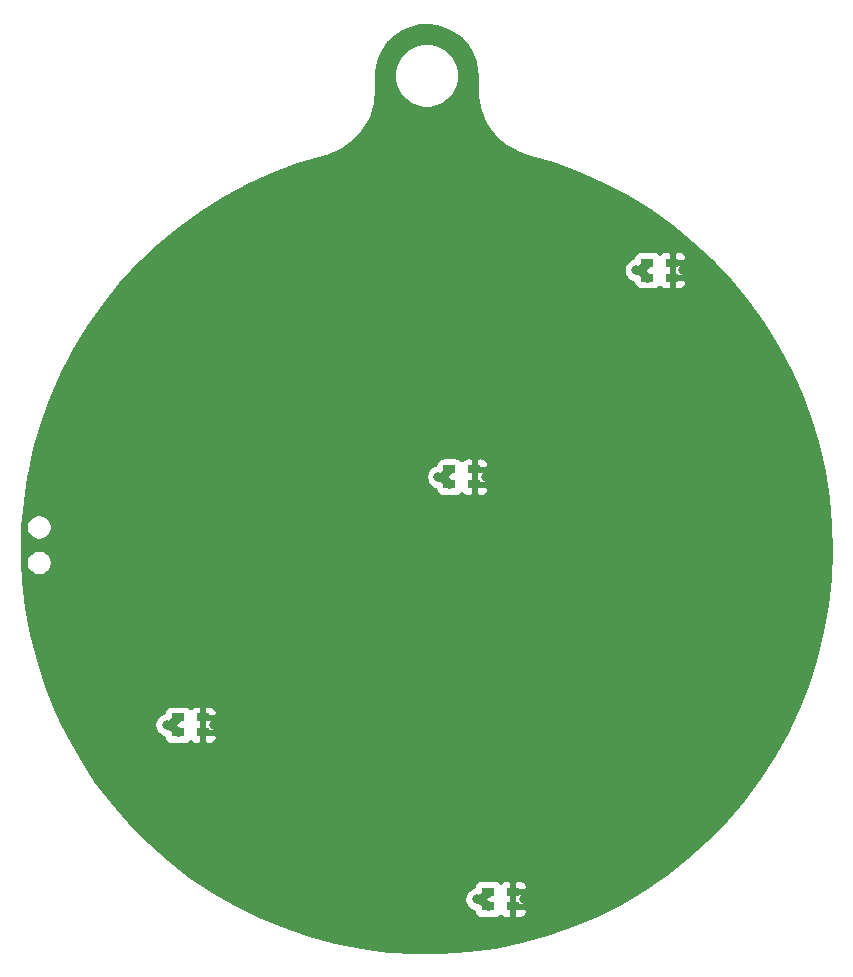
<source format=gbr>
%TF.GenerationSoftware,KiCad,Pcbnew,(5.1.10)-1*%
%TF.CreationDate,2021-10-20T07:51:42+02:00*%
%TF.ProjectId,TVZ_kuglica,54565a5f-6b75-4676-9c69-63612e6b6963,rev?*%
%TF.SameCoordinates,Original*%
%TF.FileFunction,Copper,L1,Top*%
%TF.FilePolarity,Positive*%
%FSLAX46Y46*%
G04 Gerber Fmt 4.6, Leading zero omitted, Abs format (unit mm)*
G04 Created by KiCad (PCBNEW (5.1.10)-1) date 2021-10-20 07:51:42*
%MOMM*%
%LPD*%
G01*
G04 APERTURE LIST*
%TA.AperFunction,SMDPad,CuDef*%
%ADD10R,1.100000X0.750000*%
%TD*%
%TA.AperFunction,ViaPad*%
%ADD11C,0.800000*%
%TD*%
%TA.AperFunction,Conductor*%
%ADD12C,0.762000*%
%TD*%
%TA.AperFunction,Conductor*%
%ADD13C,0.254000*%
%TD*%
%TA.AperFunction,Conductor*%
%ADD14C,0.100000*%
%TD*%
G04 APERTURE END LIST*
D10*
%TO.P,D3,1*%
%TO.N,Net-(D3-Pad1)*%
X155700000Y-75875000D03*
%TO.P,D3,2*%
%TO.N,GND*%
X157800000Y-75875000D03*
%TO.P,D3,1*%
%TO.N,Net-(D3-Pad1)*%
X155700000Y-77125000D03*
%TO.P,D3,2*%
%TO.N,GND*%
X157800000Y-77125000D03*
%TD*%
%TO.P,D5,1*%
%TO.N,Net-(D5-Pad1)*%
X115950000Y-114375000D03*
%TO.P,D5,2*%
%TO.N,GND*%
X118050000Y-114375000D03*
%TO.P,D5,1*%
%TO.N,Net-(D5-Pad1)*%
X115950000Y-115625000D03*
%TO.P,D5,2*%
%TO.N,GND*%
X118050000Y-115625000D03*
%TD*%
%TO.P,D7,1*%
%TO.N,Net-(D7-Pad1)*%
X142200000Y-129125000D03*
%TO.P,D7,2*%
%TO.N,GND*%
X144300000Y-129125000D03*
%TO.P,D7,1*%
%TO.N,Net-(D7-Pad1)*%
X142200000Y-130375000D03*
%TO.P,D7,2*%
%TO.N,GND*%
X144300000Y-130375000D03*
%TD*%
%TO.P,D12,1*%
%TO.N,Net-(D12-Pad1)*%
X138950000Y-93375000D03*
%TO.P,D12,2*%
%TO.N,GND*%
X141050000Y-93375000D03*
%TO.P,D12,1*%
%TO.N,Net-(D12-Pad1)*%
X138950000Y-94625000D03*
%TO.P,D12,2*%
%TO.N,GND*%
X141050000Y-94625000D03*
%TD*%
D11*
%TO.N,GND*%
X129000000Y-77000000D03*
X115000000Y-89500000D03*
X148750000Y-81750000D03*
X148500000Y-104000000D03*
X164250000Y-109250000D03*
X146000000Y-113750000D03*
X143750000Y-125750000D03*
X120500000Y-128250000D03*
X130750000Y-112500000D03*
X119500000Y-107250000D03*
X109750000Y-104500000D03*
X158750000Y-76500000D03*
X142000000Y-94000000D03*
X119000000Y-115000000D03*
X145250000Y-129750000D03*
%TO.N,Net-(D12-Pad1)*%
X138000000Y-94000000D03*
%TO.N,Net-(D3-Pad1)*%
X154750000Y-76500000D03*
%TO.N,Net-(D5-Pad1)*%
X115000000Y-115000000D03*
%TO.N,Net-(D7-Pad1)*%
X141250000Y-129750000D03*
%TD*%
D12*
%TO.N,Net-(D12-Pad1)*%
X138325000Y-94000000D02*
X138950000Y-93375000D01*
X138325000Y-94000000D02*
X138950000Y-94625000D01*
X138000000Y-94000000D02*
X138325000Y-94000000D01*
%TO.N,Net-(D3-Pad1)*%
X155075000Y-76500000D02*
X155700000Y-75875000D01*
X155075000Y-76500000D02*
X155700000Y-77125000D01*
X154750000Y-76500000D02*
X155075000Y-76500000D01*
%TO.N,Net-(D5-Pad1)*%
X115325000Y-115000000D02*
X115950000Y-114375000D01*
X115325000Y-115000000D02*
X115950000Y-115625000D01*
X115000000Y-115000000D02*
X115325000Y-115000000D01*
%TO.N,Net-(D7-Pad1)*%
X141575000Y-129750000D02*
X142200000Y-129125000D01*
X141575000Y-129750000D02*
X142200000Y-130375000D01*
X141250000Y-129750000D02*
X141575000Y-129750000D01*
%TD*%
D13*
%TO.N,GND*%
X137886138Y-55831059D02*
X138610388Y-56053867D01*
X139283738Y-56401409D01*
X139884901Y-56862699D01*
X140394872Y-57423149D01*
X140797540Y-58065057D01*
X141080170Y-58768122D01*
X141236190Y-59521513D01*
X141265000Y-60021169D01*
X141265001Y-61306272D01*
X141266298Y-61319440D01*
X141278413Y-61656049D01*
X141278863Y-61659632D01*
X141278707Y-61663242D01*
X141287438Y-61747410D01*
X141429908Y-62624862D01*
X141435629Y-62647269D01*
X141438736Y-62670183D01*
X141462234Y-62751474D01*
X141757835Y-63589830D01*
X141767433Y-63610870D01*
X141774549Y-63632871D01*
X141812059Y-63708691D01*
X141812071Y-63708717D01*
X141812077Y-63708725D01*
X142251461Y-64481476D01*
X142264630Y-64500478D01*
X142275533Y-64520879D01*
X142325894Y-64588881D01*
X142895182Y-65271616D01*
X142911512Y-65287990D01*
X142925851Y-65306132D01*
X142987458Y-65364142D01*
X143668651Y-65935276D01*
X143687625Y-65948502D01*
X143704950Y-65963817D01*
X143775855Y-66010000D01*
X144547423Y-66451478D01*
X144568436Y-66461133D01*
X144588200Y-66473139D01*
X144666163Y-66506036D01*
X145503715Y-66803905D01*
X145508021Y-66805017D01*
X145525587Y-66811299D01*
X145542755Y-66816572D01*
X147746053Y-67464098D01*
X149878711Y-68247813D01*
X151954729Y-69171140D01*
X153965017Y-70230036D01*
X155900673Y-71419812D01*
X157753239Y-72735268D01*
X159514561Y-74170616D01*
X161176886Y-75719540D01*
X162732884Y-77375207D01*
X164175738Y-79130360D01*
X165499106Y-80977290D01*
X166697162Y-82907865D01*
X167764630Y-84913581D01*
X168696830Y-86985643D01*
X169489658Y-89114933D01*
X170139624Y-91292080D01*
X170643873Y-93507517D01*
X171000188Y-95751501D01*
X171207004Y-98014175D01*
X171263407Y-100285560D01*
X171169153Y-102555700D01*
X170924654Y-104814605D01*
X170530986Y-107052337D01*
X169989882Y-109259064D01*
X169303718Y-111425077D01*
X168475512Y-113540851D01*
X167508906Y-115597090D01*
X166408155Y-117584736D01*
X165178083Y-119495080D01*
X163824120Y-121319689D01*
X162352204Y-123050560D01*
X160768823Y-124680064D01*
X159080926Y-126201055D01*
X157295931Y-127606843D01*
X155421695Y-128891239D01*
X153466456Y-130048599D01*
X151438820Y-131073832D01*
X149347702Y-131962428D01*
X147202263Y-132710493D01*
X145011999Y-133314718D01*
X142786467Y-133772464D01*
X140535523Y-134081705D01*
X138269022Y-134241089D01*
X135996953Y-134249911D01*
X133729262Y-134108134D01*
X131475992Y-133816385D01*
X129246983Y-133375938D01*
X127052076Y-132788738D01*
X124900917Y-132057366D01*
X122802939Y-131185029D01*
X120767401Y-130175574D01*
X119860225Y-129648061D01*
X140215000Y-129648061D01*
X140215000Y-129851939D01*
X140254774Y-130051898D01*
X140332795Y-130240256D01*
X140446063Y-130409774D01*
X140590226Y-130553937D01*
X140759744Y-130667205D01*
X140948102Y-130745226D01*
X141012724Y-130758080D01*
X141024188Y-130874482D01*
X141060498Y-130994180D01*
X141119463Y-131104494D01*
X141198815Y-131201185D01*
X141295506Y-131280537D01*
X141405820Y-131339502D01*
X141525518Y-131375812D01*
X141650000Y-131388072D01*
X142120375Y-131388072D01*
X142199999Y-131395914D01*
X142279623Y-131388072D01*
X142750000Y-131388072D01*
X142874482Y-131375812D01*
X142994180Y-131339502D01*
X143104494Y-131280537D01*
X143201185Y-131201185D01*
X143250000Y-131141704D01*
X143298815Y-131201185D01*
X143395506Y-131280537D01*
X143505820Y-131339502D01*
X143625518Y-131375812D01*
X143750000Y-131388072D01*
X144014250Y-131385000D01*
X144173000Y-131226250D01*
X144173000Y-130502000D01*
X144427000Y-130502000D01*
X144427000Y-131226250D01*
X144585750Y-131385000D01*
X144850000Y-131388072D01*
X144974482Y-131375812D01*
X145094180Y-131339502D01*
X145204494Y-131280537D01*
X145301185Y-131201185D01*
X145380537Y-131104494D01*
X145439502Y-130994180D01*
X145475812Y-130874482D01*
X145488072Y-130750000D01*
X145485000Y-130660750D01*
X145326250Y-130502000D01*
X144427000Y-130502000D01*
X144173000Y-130502000D01*
X144153000Y-130502000D01*
X144153000Y-130248000D01*
X144173000Y-130248000D01*
X144173000Y-129252000D01*
X144427000Y-129252000D01*
X144427000Y-130248000D01*
X145326250Y-130248000D01*
X145485000Y-130089250D01*
X145488072Y-130000000D01*
X145475812Y-129875518D01*
X145439502Y-129755820D01*
X145436391Y-129750000D01*
X145439502Y-129744180D01*
X145475812Y-129624482D01*
X145488072Y-129500000D01*
X145485000Y-129410750D01*
X145326250Y-129252000D01*
X144427000Y-129252000D01*
X144173000Y-129252000D01*
X144153000Y-129252000D01*
X144153000Y-128998000D01*
X144173000Y-128998000D01*
X144173000Y-128273750D01*
X144427000Y-128273750D01*
X144427000Y-128998000D01*
X145326250Y-128998000D01*
X145485000Y-128839250D01*
X145488072Y-128750000D01*
X145475812Y-128625518D01*
X145439502Y-128505820D01*
X145380537Y-128395506D01*
X145301185Y-128298815D01*
X145204494Y-128219463D01*
X145094180Y-128160498D01*
X144974482Y-128124188D01*
X144850000Y-128111928D01*
X144585750Y-128115000D01*
X144427000Y-128273750D01*
X144173000Y-128273750D01*
X144014250Y-128115000D01*
X143750000Y-128111928D01*
X143625518Y-128124188D01*
X143505820Y-128160498D01*
X143395506Y-128219463D01*
X143298815Y-128298815D01*
X143250000Y-128358296D01*
X143201185Y-128298815D01*
X143104494Y-128219463D01*
X142994180Y-128160498D01*
X142874482Y-128124188D01*
X142750000Y-128111928D01*
X142279623Y-128111928D01*
X142199999Y-128104086D01*
X142120375Y-128111928D01*
X141650000Y-128111928D01*
X141525518Y-128124188D01*
X141405820Y-128160498D01*
X141295506Y-128219463D01*
X141198815Y-128298815D01*
X141119463Y-128395506D01*
X141060498Y-128505820D01*
X141024188Y-128625518D01*
X141012724Y-128741920D01*
X140948102Y-128754774D01*
X140759744Y-128832795D01*
X140590226Y-128946063D01*
X140446063Y-129090226D01*
X140332795Y-129259744D01*
X140254774Y-129448102D01*
X140215000Y-129648061D01*
X119860225Y-129648061D01*
X118803237Y-129033435D01*
X116919085Y-127763634D01*
X115123223Y-126371749D01*
X113423564Y-124863914D01*
X111827572Y-123246751D01*
X110342263Y-121527368D01*
X108974171Y-119713331D01*
X107729304Y-117812605D01*
X106613144Y-115833557D01*
X106164478Y-114898061D01*
X113965000Y-114898061D01*
X113965000Y-115101939D01*
X114004774Y-115301898D01*
X114082795Y-115490256D01*
X114196063Y-115659774D01*
X114340226Y-115803937D01*
X114509744Y-115917205D01*
X114698102Y-115995226D01*
X114762724Y-116008080D01*
X114774188Y-116124482D01*
X114810498Y-116244180D01*
X114869463Y-116354494D01*
X114948815Y-116451185D01*
X115045506Y-116530537D01*
X115155820Y-116589502D01*
X115275518Y-116625812D01*
X115400000Y-116638072D01*
X115870375Y-116638072D01*
X115949999Y-116645914D01*
X116029623Y-116638072D01*
X116500000Y-116638072D01*
X116624482Y-116625812D01*
X116744180Y-116589502D01*
X116854494Y-116530537D01*
X116951185Y-116451185D01*
X117000000Y-116391704D01*
X117048815Y-116451185D01*
X117145506Y-116530537D01*
X117255820Y-116589502D01*
X117375518Y-116625812D01*
X117500000Y-116638072D01*
X117764250Y-116635000D01*
X117923000Y-116476250D01*
X117923000Y-115752000D01*
X118177000Y-115752000D01*
X118177000Y-116476250D01*
X118335750Y-116635000D01*
X118600000Y-116638072D01*
X118724482Y-116625812D01*
X118844180Y-116589502D01*
X118954494Y-116530537D01*
X119051185Y-116451185D01*
X119130537Y-116354494D01*
X119189502Y-116244180D01*
X119225812Y-116124482D01*
X119238072Y-116000000D01*
X119235000Y-115910750D01*
X119076250Y-115752000D01*
X118177000Y-115752000D01*
X117923000Y-115752000D01*
X117903000Y-115752000D01*
X117903000Y-115498000D01*
X117923000Y-115498000D01*
X117923000Y-114502000D01*
X118177000Y-114502000D01*
X118177000Y-115498000D01*
X119076250Y-115498000D01*
X119235000Y-115339250D01*
X119238072Y-115250000D01*
X119225812Y-115125518D01*
X119189502Y-115005820D01*
X119186391Y-115000000D01*
X119189502Y-114994180D01*
X119225812Y-114874482D01*
X119238072Y-114750000D01*
X119235000Y-114660750D01*
X119076250Y-114502000D01*
X118177000Y-114502000D01*
X117923000Y-114502000D01*
X117903000Y-114502000D01*
X117903000Y-114248000D01*
X117923000Y-114248000D01*
X117923000Y-113523750D01*
X118177000Y-113523750D01*
X118177000Y-114248000D01*
X119076250Y-114248000D01*
X119235000Y-114089250D01*
X119238072Y-114000000D01*
X119225812Y-113875518D01*
X119189502Y-113755820D01*
X119130537Y-113645506D01*
X119051185Y-113548815D01*
X118954494Y-113469463D01*
X118844180Y-113410498D01*
X118724482Y-113374188D01*
X118600000Y-113361928D01*
X118335750Y-113365000D01*
X118177000Y-113523750D01*
X117923000Y-113523750D01*
X117764250Y-113365000D01*
X117500000Y-113361928D01*
X117375518Y-113374188D01*
X117255820Y-113410498D01*
X117145506Y-113469463D01*
X117048815Y-113548815D01*
X117000000Y-113608296D01*
X116951185Y-113548815D01*
X116854494Y-113469463D01*
X116744180Y-113410498D01*
X116624482Y-113374188D01*
X116500000Y-113361928D01*
X116029623Y-113361928D01*
X115949999Y-113354086D01*
X115870375Y-113361928D01*
X115400000Y-113361928D01*
X115275518Y-113374188D01*
X115155820Y-113410498D01*
X115045506Y-113469463D01*
X114948815Y-113548815D01*
X114869463Y-113645506D01*
X114810498Y-113755820D01*
X114774188Y-113875518D01*
X114762724Y-113991920D01*
X114698102Y-114004774D01*
X114509744Y-114082795D01*
X114340226Y-114196063D01*
X114196063Y-114340226D01*
X114082795Y-114509744D01*
X114004774Y-114698102D01*
X113965000Y-114898061D01*
X106164478Y-114898061D01*
X105630601Y-113784897D01*
X104785986Y-111675609D01*
X104083026Y-109515005D01*
X103524797Y-107312547D01*
X103113763Y-105077935D01*
X102851726Y-102820985D01*
X102769006Y-101143137D01*
X103085000Y-101143137D01*
X103085000Y-101356863D01*
X103126696Y-101566483D01*
X103208485Y-101763940D01*
X103327225Y-101941647D01*
X103478353Y-102092775D01*
X103656060Y-102211515D01*
X103853517Y-102293304D01*
X104063137Y-102335000D01*
X104276863Y-102335000D01*
X104486483Y-102293304D01*
X104683940Y-102211515D01*
X104861647Y-102092775D01*
X105012775Y-101941647D01*
X105131515Y-101763940D01*
X105213304Y-101566483D01*
X105255000Y-101356863D01*
X105255000Y-101143137D01*
X105213304Y-100933517D01*
X105131515Y-100736060D01*
X105012775Y-100558353D01*
X104861647Y-100407225D01*
X104683940Y-100288485D01*
X104486483Y-100206696D01*
X104276863Y-100165000D01*
X104063137Y-100165000D01*
X103853517Y-100206696D01*
X103656060Y-100288485D01*
X103478353Y-100407225D01*
X103327225Y-100558353D01*
X103208485Y-100736060D01*
X103126696Y-100933517D01*
X103085000Y-101143137D01*
X102769006Y-101143137D01*
X102739845Y-100551658D01*
X102778607Y-98279882D01*
X102790035Y-98143137D01*
X103085000Y-98143137D01*
X103085000Y-98356863D01*
X103126696Y-98566483D01*
X103208485Y-98763940D01*
X103327225Y-98941647D01*
X103478353Y-99092775D01*
X103656060Y-99211515D01*
X103853517Y-99293304D01*
X104063137Y-99335000D01*
X104276863Y-99335000D01*
X104486483Y-99293304D01*
X104683940Y-99211515D01*
X104861647Y-99092775D01*
X105012775Y-98941647D01*
X105131515Y-98763940D01*
X105213304Y-98566483D01*
X105255000Y-98356863D01*
X105255000Y-98143137D01*
X105213304Y-97933517D01*
X105131515Y-97736060D01*
X105012775Y-97558353D01*
X104861647Y-97407225D01*
X104683940Y-97288485D01*
X104486483Y-97206696D01*
X104276863Y-97165000D01*
X104063137Y-97165000D01*
X103853517Y-97206696D01*
X103656060Y-97288485D01*
X103478353Y-97407225D01*
X103327225Y-97558353D01*
X103208485Y-97736060D01*
X103126696Y-97933517D01*
X103085000Y-98143137D01*
X102790035Y-98143137D01*
X102967842Y-96015687D01*
X103287252Y-93898061D01*
X136965000Y-93898061D01*
X136965000Y-94101939D01*
X137004774Y-94301898D01*
X137082795Y-94490256D01*
X137196063Y-94659774D01*
X137340226Y-94803937D01*
X137509744Y-94917205D01*
X137698102Y-94995226D01*
X137762724Y-95008080D01*
X137774188Y-95124482D01*
X137810498Y-95244180D01*
X137869463Y-95354494D01*
X137948815Y-95451185D01*
X138045506Y-95530537D01*
X138155820Y-95589502D01*
X138275518Y-95625812D01*
X138400000Y-95638072D01*
X138870375Y-95638072D01*
X138949999Y-95645914D01*
X139029623Y-95638072D01*
X139500000Y-95638072D01*
X139624482Y-95625812D01*
X139744180Y-95589502D01*
X139854494Y-95530537D01*
X139951185Y-95451185D01*
X140000000Y-95391704D01*
X140048815Y-95451185D01*
X140145506Y-95530537D01*
X140255820Y-95589502D01*
X140375518Y-95625812D01*
X140500000Y-95638072D01*
X140764250Y-95635000D01*
X140923000Y-95476250D01*
X140923000Y-94752000D01*
X141177000Y-94752000D01*
X141177000Y-95476250D01*
X141335750Y-95635000D01*
X141600000Y-95638072D01*
X141724482Y-95625812D01*
X141844180Y-95589502D01*
X141954494Y-95530537D01*
X142051185Y-95451185D01*
X142130537Y-95354494D01*
X142189502Y-95244180D01*
X142225812Y-95124482D01*
X142238072Y-95000000D01*
X142235000Y-94910750D01*
X142076250Y-94752000D01*
X141177000Y-94752000D01*
X140923000Y-94752000D01*
X140903000Y-94752000D01*
X140903000Y-94498000D01*
X140923000Y-94498000D01*
X140923000Y-93502000D01*
X141177000Y-93502000D01*
X141177000Y-94498000D01*
X142076250Y-94498000D01*
X142235000Y-94339250D01*
X142238072Y-94250000D01*
X142225812Y-94125518D01*
X142189502Y-94005820D01*
X142186391Y-94000000D01*
X142189502Y-93994180D01*
X142225812Y-93874482D01*
X142238072Y-93750000D01*
X142235000Y-93660750D01*
X142076250Y-93502000D01*
X141177000Y-93502000D01*
X140923000Y-93502000D01*
X140903000Y-93502000D01*
X140903000Y-93248000D01*
X140923000Y-93248000D01*
X140923000Y-92523750D01*
X141177000Y-92523750D01*
X141177000Y-93248000D01*
X142076250Y-93248000D01*
X142235000Y-93089250D01*
X142238072Y-93000000D01*
X142225812Y-92875518D01*
X142189502Y-92755820D01*
X142130537Y-92645506D01*
X142051185Y-92548815D01*
X141954494Y-92469463D01*
X141844180Y-92410498D01*
X141724482Y-92374188D01*
X141600000Y-92361928D01*
X141335750Y-92365000D01*
X141177000Y-92523750D01*
X140923000Y-92523750D01*
X140764250Y-92365000D01*
X140500000Y-92361928D01*
X140375518Y-92374188D01*
X140255820Y-92410498D01*
X140145506Y-92469463D01*
X140048815Y-92548815D01*
X140000000Y-92608296D01*
X139951185Y-92548815D01*
X139854494Y-92469463D01*
X139744180Y-92410498D01*
X139624482Y-92374188D01*
X139500000Y-92361928D01*
X139029623Y-92361928D01*
X138949999Y-92354086D01*
X138870375Y-92361928D01*
X138400000Y-92361928D01*
X138275518Y-92374188D01*
X138155820Y-92410498D01*
X138045506Y-92469463D01*
X137948815Y-92548815D01*
X137869463Y-92645506D01*
X137810498Y-92755820D01*
X137774188Y-92875518D01*
X137762724Y-92991920D01*
X137698102Y-93004774D01*
X137509744Y-93082795D01*
X137340226Y-93196063D01*
X137196063Y-93340226D01*
X137082795Y-93509744D01*
X137004774Y-93698102D01*
X136965000Y-93898061D01*
X103287252Y-93898061D01*
X103306719Y-93768999D01*
X103793749Y-91549706D01*
X104426782Y-89367594D01*
X105203052Y-87232203D01*
X106119133Y-85152960D01*
X107170992Y-83139015D01*
X108354015Y-81199200D01*
X109663000Y-79342048D01*
X111092189Y-77575730D01*
X112181864Y-76398061D01*
X153715000Y-76398061D01*
X153715000Y-76601939D01*
X153754774Y-76801898D01*
X153832795Y-76990256D01*
X153946063Y-77159774D01*
X154090226Y-77303937D01*
X154259744Y-77417205D01*
X154448102Y-77495226D01*
X154512724Y-77508080D01*
X154524188Y-77624482D01*
X154560498Y-77744180D01*
X154619463Y-77854494D01*
X154698815Y-77951185D01*
X154795506Y-78030537D01*
X154905820Y-78089502D01*
X155025518Y-78125812D01*
X155150000Y-78138072D01*
X155620375Y-78138072D01*
X155699999Y-78145914D01*
X155779623Y-78138072D01*
X156250000Y-78138072D01*
X156374482Y-78125812D01*
X156494180Y-78089502D01*
X156604494Y-78030537D01*
X156701185Y-77951185D01*
X156750000Y-77891704D01*
X156798815Y-77951185D01*
X156895506Y-78030537D01*
X157005820Y-78089502D01*
X157125518Y-78125812D01*
X157250000Y-78138072D01*
X157514250Y-78135000D01*
X157673000Y-77976250D01*
X157673000Y-77252000D01*
X157927000Y-77252000D01*
X157927000Y-77976250D01*
X158085750Y-78135000D01*
X158350000Y-78138072D01*
X158474482Y-78125812D01*
X158594180Y-78089502D01*
X158704494Y-78030537D01*
X158801185Y-77951185D01*
X158880537Y-77854494D01*
X158939502Y-77744180D01*
X158975812Y-77624482D01*
X158988072Y-77500000D01*
X158985000Y-77410750D01*
X158826250Y-77252000D01*
X157927000Y-77252000D01*
X157673000Y-77252000D01*
X157653000Y-77252000D01*
X157653000Y-76998000D01*
X157673000Y-76998000D01*
X157673000Y-76002000D01*
X157927000Y-76002000D01*
X157927000Y-76998000D01*
X158826250Y-76998000D01*
X158985000Y-76839250D01*
X158988072Y-76750000D01*
X158975812Y-76625518D01*
X158939502Y-76505820D01*
X158936391Y-76500000D01*
X158939502Y-76494180D01*
X158975812Y-76374482D01*
X158988072Y-76250000D01*
X158985000Y-76160750D01*
X158826250Y-76002000D01*
X157927000Y-76002000D01*
X157673000Y-76002000D01*
X157653000Y-76002000D01*
X157653000Y-75748000D01*
X157673000Y-75748000D01*
X157673000Y-75023750D01*
X157927000Y-75023750D01*
X157927000Y-75748000D01*
X158826250Y-75748000D01*
X158985000Y-75589250D01*
X158988072Y-75500000D01*
X158975812Y-75375518D01*
X158939502Y-75255820D01*
X158880537Y-75145506D01*
X158801185Y-75048815D01*
X158704494Y-74969463D01*
X158594180Y-74910498D01*
X158474482Y-74874188D01*
X158350000Y-74861928D01*
X158085750Y-74865000D01*
X157927000Y-75023750D01*
X157673000Y-75023750D01*
X157514250Y-74865000D01*
X157250000Y-74861928D01*
X157125518Y-74874188D01*
X157005820Y-74910498D01*
X156895506Y-74969463D01*
X156798815Y-75048815D01*
X156750000Y-75108296D01*
X156701185Y-75048815D01*
X156604494Y-74969463D01*
X156494180Y-74910498D01*
X156374482Y-74874188D01*
X156250000Y-74861928D01*
X155779623Y-74861928D01*
X155699999Y-74854086D01*
X155620375Y-74861928D01*
X155150000Y-74861928D01*
X155025518Y-74874188D01*
X154905820Y-74910498D01*
X154795506Y-74969463D01*
X154698815Y-75048815D01*
X154619463Y-75145506D01*
X154560498Y-75255820D01*
X154524188Y-75375518D01*
X154512724Y-75491920D01*
X154448102Y-75504774D01*
X154259744Y-75582795D01*
X154090226Y-75696063D01*
X153946063Y-75840226D01*
X153832795Y-76009744D01*
X153754774Y-76198102D01*
X153715000Y-76398061D01*
X112181864Y-76398061D01*
X112635284Y-75908027D01*
X114285522Y-74346247D01*
X116035631Y-72897273D01*
X117877934Y-71567463D01*
X119804304Y-70362683D01*
X121806298Y-69288211D01*
X123875077Y-68348792D01*
X126001593Y-67548534D01*
X128186747Y-66887862D01*
X128436510Y-66822338D01*
X128452528Y-66817563D01*
X128459226Y-66815987D01*
X128804024Y-66713600D01*
X128807380Y-66712269D01*
X128810916Y-66711517D01*
X128890228Y-66682021D01*
X129704199Y-66324712D01*
X129724464Y-66313571D01*
X129745874Y-66304834D01*
X129818696Y-66261767D01*
X129818710Y-66261759D01*
X129818715Y-66261755D01*
X130556543Y-65765956D01*
X130574511Y-65751406D01*
X130594041Y-65739012D01*
X130658097Y-65683720D01*
X131296470Y-65065093D01*
X131311582Y-65047586D01*
X131328603Y-65031934D01*
X131381840Y-64966192D01*
X131381856Y-64966173D01*
X131381861Y-64966165D01*
X131900590Y-64244277D01*
X131912363Y-64224370D01*
X131926343Y-64205952D01*
X131967109Y-64131800D01*
X132349809Y-63329453D01*
X132357869Y-63307780D01*
X132368369Y-63287173D01*
X132395359Y-63206974D01*
X132629927Y-62349538D01*
X132634022Y-62326778D01*
X132640706Y-62304640D01*
X132653067Y-62220928D01*
X132731782Y-61338949D01*
X132735000Y-61306272D01*
X132735000Y-60032731D01*
X132762021Y-59729963D01*
X134258266Y-59729963D01*
X134258266Y-60270037D01*
X134363629Y-60799734D01*
X134570307Y-61298698D01*
X134870356Y-61747753D01*
X135252247Y-62129644D01*
X135701302Y-62429693D01*
X136200266Y-62636371D01*
X136729963Y-62741734D01*
X137270037Y-62741734D01*
X137799734Y-62636371D01*
X138298698Y-62429693D01*
X138747753Y-62129644D01*
X139129644Y-61747753D01*
X139429693Y-61298698D01*
X139636371Y-60799734D01*
X139741734Y-60270037D01*
X139741734Y-59729963D01*
X139636371Y-59200266D01*
X139429693Y-58701302D01*
X139129644Y-58252247D01*
X138747753Y-57870356D01*
X138298698Y-57570307D01*
X137799734Y-57363629D01*
X137270037Y-57258266D01*
X136729963Y-57258266D01*
X136200266Y-57363629D01*
X135701302Y-57570307D01*
X135252247Y-57870356D01*
X134870356Y-58252247D01*
X134570307Y-58701302D01*
X134363629Y-59200266D01*
X134258266Y-59729963D01*
X132762021Y-59729963D01*
X132805281Y-59245253D01*
X133005231Y-58514357D01*
X133331450Y-57830425D01*
X133773626Y-57215072D01*
X134317789Y-56687741D01*
X134946726Y-56265114D01*
X135640570Y-55960537D01*
X136377386Y-55783643D01*
X137133871Y-55740024D01*
X137886138Y-55831059D01*
%TA.AperFunction,Conductor*%
D14*
G36*
X137886138Y-55831059D02*
G01*
X138610388Y-56053867D01*
X139283738Y-56401409D01*
X139884901Y-56862699D01*
X140394872Y-57423149D01*
X140797540Y-58065057D01*
X141080170Y-58768122D01*
X141236190Y-59521513D01*
X141265000Y-60021169D01*
X141265001Y-61306272D01*
X141266298Y-61319440D01*
X141278413Y-61656049D01*
X141278863Y-61659632D01*
X141278707Y-61663242D01*
X141287438Y-61747410D01*
X141429908Y-62624862D01*
X141435629Y-62647269D01*
X141438736Y-62670183D01*
X141462234Y-62751474D01*
X141757835Y-63589830D01*
X141767433Y-63610870D01*
X141774549Y-63632871D01*
X141812059Y-63708691D01*
X141812071Y-63708717D01*
X141812077Y-63708725D01*
X142251461Y-64481476D01*
X142264630Y-64500478D01*
X142275533Y-64520879D01*
X142325894Y-64588881D01*
X142895182Y-65271616D01*
X142911512Y-65287990D01*
X142925851Y-65306132D01*
X142987458Y-65364142D01*
X143668651Y-65935276D01*
X143687625Y-65948502D01*
X143704950Y-65963817D01*
X143775855Y-66010000D01*
X144547423Y-66451478D01*
X144568436Y-66461133D01*
X144588200Y-66473139D01*
X144666163Y-66506036D01*
X145503715Y-66803905D01*
X145508021Y-66805017D01*
X145525587Y-66811299D01*
X145542755Y-66816572D01*
X147746053Y-67464098D01*
X149878711Y-68247813D01*
X151954729Y-69171140D01*
X153965017Y-70230036D01*
X155900673Y-71419812D01*
X157753239Y-72735268D01*
X159514561Y-74170616D01*
X161176886Y-75719540D01*
X162732884Y-77375207D01*
X164175738Y-79130360D01*
X165499106Y-80977290D01*
X166697162Y-82907865D01*
X167764630Y-84913581D01*
X168696830Y-86985643D01*
X169489658Y-89114933D01*
X170139624Y-91292080D01*
X170643873Y-93507517D01*
X171000188Y-95751501D01*
X171207004Y-98014175D01*
X171263407Y-100285560D01*
X171169153Y-102555700D01*
X170924654Y-104814605D01*
X170530986Y-107052337D01*
X169989882Y-109259064D01*
X169303718Y-111425077D01*
X168475512Y-113540851D01*
X167508906Y-115597090D01*
X166408155Y-117584736D01*
X165178083Y-119495080D01*
X163824120Y-121319689D01*
X162352204Y-123050560D01*
X160768823Y-124680064D01*
X159080926Y-126201055D01*
X157295931Y-127606843D01*
X155421695Y-128891239D01*
X153466456Y-130048599D01*
X151438820Y-131073832D01*
X149347702Y-131962428D01*
X147202263Y-132710493D01*
X145011999Y-133314718D01*
X142786467Y-133772464D01*
X140535523Y-134081705D01*
X138269022Y-134241089D01*
X135996953Y-134249911D01*
X133729262Y-134108134D01*
X131475992Y-133816385D01*
X129246983Y-133375938D01*
X127052076Y-132788738D01*
X124900917Y-132057366D01*
X122802939Y-131185029D01*
X120767401Y-130175574D01*
X119860225Y-129648061D01*
X140215000Y-129648061D01*
X140215000Y-129851939D01*
X140254774Y-130051898D01*
X140332795Y-130240256D01*
X140446063Y-130409774D01*
X140590226Y-130553937D01*
X140759744Y-130667205D01*
X140948102Y-130745226D01*
X141012724Y-130758080D01*
X141024188Y-130874482D01*
X141060498Y-130994180D01*
X141119463Y-131104494D01*
X141198815Y-131201185D01*
X141295506Y-131280537D01*
X141405820Y-131339502D01*
X141525518Y-131375812D01*
X141650000Y-131388072D01*
X142120375Y-131388072D01*
X142199999Y-131395914D01*
X142279623Y-131388072D01*
X142750000Y-131388072D01*
X142874482Y-131375812D01*
X142994180Y-131339502D01*
X143104494Y-131280537D01*
X143201185Y-131201185D01*
X143250000Y-131141704D01*
X143298815Y-131201185D01*
X143395506Y-131280537D01*
X143505820Y-131339502D01*
X143625518Y-131375812D01*
X143750000Y-131388072D01*
X144014250Y-131385000D01*
X144173000Y-131226250D01*
X144173000Y-130502000D01*
X144427000Y-130502000D01*
X144427000Y-131226250D01*
X144585750Y-131385000D01*
X144850000Y-131388072D01*
X144974482Y-131375812D01*
X145094180Y-131339502D01*
X145204494Y-131280537D01*
X145301185Y-131201185D01*
X145380537Y-131104494D01*
X145439502Y-130994180D01*
X145475812Y-130874482D01*
X145488072Y-130750000D01*
X145485000Y-130660750D01*
X145326250Y-130502000D01*
X144427000Y-130502000D01*
X144173000Y-130502000D01*
X144153000Y-130502000D01*
X144153000Y-130248000D01*
X144173000Y-130248000D01*
X144173000Y-129252000D01*
X144427000Y-129252000D01*
X144427000Y-130248000D01*
X145326250Y-130248000D01*
X145485000Y-130089250D01*
X145488072Y-130000000D01*
X145475812Y-129875518D01*
X145439502Y-129755820D01*
X145436391Y-129750000D01*
X145439502Y-129744180D01*
X145475812Y-129624482D01*
X145488072Y-129500000D01*
X145485000Y-129410750D01*
X145326250Y-129252000D01*
X144427000Y-129252000D01*
X144173000Y-129252000D01*
X144153000Y-129252000D01*
X144153000Y-128998000D01*
X144173000Y-128998000D01*
X144173000Y-128273750D01*
X144427000Y-128273750D01*
X144427000Y-128998000D01*
X145326250Y-128998000D01*
X145485000Y-128839250D01*
X145488072Y-128750000D01*
X145475812Y-128625518D01*
X145439502Y-128505820D01*
X145380537Y-128395506D01*
X145301185Y-128298815D01*
X145204494Y-128219463D01*
X145094180Y-128160498D01*
X144974482Y-128124188D01*
X144850000Y-128111928D01*
X144585750Y-128115000D01*
X144427000Y-128273750D01*
X144173000Y-128273750D01*
X144014250Y-128115000D01*
X143750000Y-128111928D01*
X143625518Y-128124188D01*
X143505820Y-128160498D01*
X143395506Y-128219463D01*
X143298815Y-128298815D01*
X143250000Y-128358296D01*
X143201185Y-128298815D01*
X143104494Y-128219463D01*
X142994180Y-128160498D01*
X142874482Y-128124188D01*
X142750000Y-128111928D01*
X142279623Y-128111928D01*
X142199999Y-128104086D01*
X142120375Y-128111928D01*
X141650000Y-128111928D01*
X141525518Y-128124188D01*
X141405820Y-128160498D01*
X141295506Y-128219463D01*
X141198815Y-128298815D01*
X141119463Y-128395506D01*
X141060498Y-128505820D01*
X141024188Y-128625518D01*
X141012724Y-128741920D01*
X140948102Y-128754774D01*
X140759744Y-128832795D01*
X140590226Y-128946063D01*
X140446063Y-129090226D01*
X140332795Y-129259744D01*
X140254774Y-129448102D01*
X140215000Y-129648061D01*
X119860225Y-129648061D01*
X118803237Y-129033435D01*
X116919085Y-127763634D01*
X115123223Y-126371749D01*
X113423564Y-124863914D01*
X111827572Y-123246751D01*
X110342263Y-121527368D01*
X108974171Y-119713331D01*
X107729304Y-117812605D01*
X106613144Y-115833557D01*
X106164478Y-114898061D01*
X113965000Y-114898061D01*
X113965000Y-115101939D01*
X114004774Y-115301898D01*
X114082795Y-115490256D01*
X114196063Y-115659774D01*
X114340226Y-115803937D01*
X114509744Y-115917205D01*
X114698102Y-115995226D01*
X114762724Y-116008080D01*
X114774188Y-116124482D01*
X114810498Y-116244180D01*
X114869463Y-116354494D01*
X114948815Y-116451185D01*
X115045506Y-116530537D01*
X115155820Y-116589502D01*
X115275518Y-116625812D01*
X115400000Y-116638072D01*
X115870375Y-116638072D01*
X115949999Y-116645914D01*
X116029623Y-116638072D01*
X116500000Y-116638072D01*
X116624482Y-116625812D01*
X116744180Y-116589502D01*
X116854494Y-116530537D01*
X116951185Y-116451185D01*
X117000000Y-116391704D01*
X117048815Y-116451185D01*
X117145506Y-116530537D01*
X117255820Y-116589502D01*
X117375518Y-116625812D01*
X117500000Y-116638072D01*
X117764250Y-116635000D01*
X117923000Y-116476250D01*
X117923000Y-115752000D01*
X118177000Y-115752000D01*
X118177000Y-116476250D01*
X118335750Y-116635000D01*
X118600000Y-116638072D01*
X118724482Y-116625812D01*
X118844180Y-116589502D01*
X118954494Y-116530537D01*
X119051185Y-116451185D01*
X119130537Y-116354494D01*
X119189502Y-116244180D01*
X119225812Y-116124482D01*
X119238072Y-116000000D01*
X119235000Y-115910750D01*
X119076250Y-115752000D01*
X118177000Y-115752000D01*
X117923000Y-115752000D01*
X117903000Y-115752000D01*
X117903000Y-115498000D01*
X117923000Y-115498000D01*
X117923000Y-114502000D01*
X118177000Y-114502000D01*
X118177000Y-115498000D01*
X119076250Y-115498000D01*
X119235000Y-115339250D01*
X119238072Y-115250000D01*
X119225812Y-115125518D01*
X119189502Y-115005820D01*
X119186391Y-115000000D01*
X119189502Y-114994180D01*
X119225812Y-114874482D01*
X119238072Y-114750000D01*
X119235000Y-114660750D01*
X119076250Y-114502000D01*
X118177000Y-114502000D01*
X117923000Y-114502000D01*
X117903000Y-114502000D01*
X117903000Y-114248000D01*
X117923000Y-114248000D01*
X117923000Y-113523750D01*
X118177000Y-113523750D01*
X118177000Y-114248000D01*
X119076250Y-114248000D01*
X119235000Y-114089250D01*
X119238072Y-114000000D01*
X119225812Y-113875518D01*
X119189502Y-113755820D01*
X119130537Y-113645506D01*
X119051185Y-113548815D01*
X118954494Y-113469463D01*
X118844180Y-113410498D01*
X118724482Y-113374188D01*
X118600000Y-113361928D01*
X118335750Y-113365000D01*
X118177000Y-113523750D01*
X117923000Y-113523750D01*
X117764250Y-113365000D01*
X117500000Y-113361928D01*
X117375518Y-113374188D01*
X117255820Y-113410498D01*
X117145506Y-113469463D01*
X117048815Y-113548815D01*
X117000000Y-113608296D01*
X116951185Y-113548815D01*
X116854494Y-113469463D01*
X116744180Y-113410498D01*
X116624482Y-113374188D01*
X116500000Y-113361928D01*
X116029623Y-113361928D01*
X115949999Y-113354086D01*
X115870375Y-113361928D01*
X115400000Y-113361928D01*
X115275518Y-113374188D01*
X115155820Y-113410498D01*
X115045506Y-113469463D01*
X114948815Y-113548815D01*
X114869463Y-113645506D01*
X114810498Y-113755820D01*
X114774188Y-113875518D01*
X114762724Y-113991920D01*
X114698102Y-114004774D01*
X114509744Y-114082795D01*
X114340226Y-114196063D01*
X114196063Y-114340226D01*
X114082795Y-114509744D01*
X114004774Y-114698102D01*
X113965000Y-114898061D01*
X106164478Y-114898061D01*
X105630601Y-113784897D01*
X104785986Y-111675609D01*
X104083026Y-109515005D01*
X103524797Y-107312547D01*
X103113763Y-105077935D01*
X102851726Y-102820985D01*
X102769006Y-101143137D01*
X103085000Y-101143137D01*
X103085000Y-101356863D01*
X103126696Y-101566483D01*
X103208485Y-101763940D01*
X103327225Y-101941647D01*
X103478353Y-102092775D01*
X103656060Y-102211515D01*
X103853517Y-102293304D01*
X104063137Y-102335000D01*
X104276863Y-102335000D01*
X104486483Y-102293304D01*
X104683940Y-102211515D01*
X104861647Y-102092775D01*
X105012775Y-101941647D01*
X105131515Y-101763940D01*
X105213304Y-101566483D01*
X105255000Y-101356863D01*
X105255000Y-101143137D01*
X105213304Y-100933517D01*
X105131515Y-100736060D01*
X105012775Y-100558353D01*
X104861647Y-100407225D01*
X104683940Y-100288485D01*
X104486483Y-100206696D01*
X104276863Y-100165000D01*
X104063137Y-100165000D01*
X103853517Y-100206696D01*
X103656060Y-100288485D01*
X103478353Y-100407225D01*
X103327225Y-100558353D01*
X103208485Y-100736060D01*
X103126696Y-100933517D01*
X103085000Y-101143137D01*
X102769006Y-101143137D01*
X102739845Y-100551658D01*
X102778607Y-98279882D01*
X102790035Y-98143137D01*
X103085000Y-98143137D01*
X103085000Y-98356863D01*
X103126696Y-98566483D01*
X103208485Y-98763940D01*
X103327225Y-98941647D01*
X103478353Y-99092775D01*
X103656060Y-99211515D01*
X103853517Y-99293304D01*
X104063137Y-99335000D01*
X104276863Y-99335000D01*
X104486483Y-99293304D01*
X104683940Y-99211515D01*
X104861647Y-99092775D01*
X105012775Y-98941647D01*
X105131515Y-98763940D01*
X105213304Y-98566483D01*
X105255000Y-98356863D01*
X105255000Y-98143137D01*
X105213304Y-97933517D01*
X105131515Y-97736060D01*
X105012775Y-97558353D01*
X104861647Y-97407225D01*
X104683940Y-97288485D01*
X104486483Y-97206696D01*
X104276863Y-97165000D01*
X104063137Y-97165000D01*
X103853517Y-97206696D01*
X103656060Y-97288485D01*
X103478353Y-97407225D01*
X103327225Y-97558353D01*
X103208485Y-97736060D01*
X103126696Y-97933517D01*
X103085000Y-98143137D01*
X102790035Y-98143137D01*
X102967842Y-96015687D01*
X103287252Y-93898061D01*
X136965000Y-93898061D01*
X136965000Y-94101939D01*
X137004774Y-94301898D01*
X137082795Y-94490256D01*
X137196063Y-94659774D01*
X137340226Y-94803937D01*
X137509744Y-94917205D01*
X137698102Y-94995226D01*
X137762724Y-95008080D01*
X137774188Y-95124482D01*
X137810498Y-95244180D01*
X137869463Y-95354494D01*
X137948815Y-95451185D01*
X138045506Y-95530537D01*
X138155820Y-95589502D01*
X138275518Y-95625812D01*
X138400000Y-95638072D01*
X138870375Y-95638072D01*
X138949999Y-95645914D01*
X139029623Y-95638072D01*
X139500000Y-95638072D01*
X139624482Y-95625812D01*
X139744180Y-95589502D01*
X139854494Y-95530537D01*
X139951185Y-95451185D01*
X140000000Y-95391704D01*
X140048815Y-95451185D01*
X140145506Y-95530537D01*
X140255820Y-95589502D01*
X140375518Y-95625812D01*
X140500000Y-95638072D01*
X140764250Y-95635000D01*
X140923000Y-95476250D01*
X140923000Y-94752000D01*
X141177000Y-94752000D01*
X141177000Y-95476250D01*
X141335750Y-95635000D01*
X141600000Y-95638072D01*
X141724482Y-95625812D01*
X141844180Y-95589502D01*
X141954494Y-95530537D01*
X142051185Y-95451185D01*
X142130537Y-95354494D01*
X142189502Y-95244180D01*
X142225812Y-95124482D01*
X142238072Y-95000000D01*
X142235000Y-94910750D01*
X142076250Y-94752000D01*
X141177000Y-94752000D01*
X140923000Y-94752000D01*
X140903000Y-94752000D01*
X140903000Y-94498000D01*
X140923000Y-94498000D01*
X140923000Y-93502000D01*
X141177000Y-93502000D01*
X141177000Y-94498000D01*
X142076250Y-94498000D01*
X142235000Y-94339250D01*
X142238072Y-94250000D01*
X142225812Y-94125518D01*
X142189502Y-94005820D01*
X142186391Y-94000000D01*
X142189502Y-93994180D01*
X142225812Y-93874482D01*
X142238072Y-93750000D01*
X142235000Y-93660750D01*
X142076250Y-93502000D01*
X141177000Y-93502000D01*
X140923000Y-93502000D01*
X140903000Y-93502000D01*
X140903000Y-93248000D01*
X140923000Y-93248000D01*
X140923000Y-92523750D01*
X141177000Y-92523750D01*
X141177000Y-93248000D01*
X142076250Y-93248000D01*
X142235000Y-93089250D01*
X142238072Y-93000000D01*
X142225812Y-92875518D01*
X142189502Y-92755820D01*
X142130537Y-92645506D01*
X142051185Y-92548815D01*
X141954494Y-92469463D01*
X141844180Y-92410498D01*
X141724482Y-92374188D01*
X141600000Y-92361928D01*
X141335750Y-92365000D01*
X141177000Y-92523750D01*
X140923000Y-92523750D01*
X140764250Y-92365000D01*
X140500000Y-92361928D01*
X140375518Y-92374188D01*
X140255820Y-92410498D01*
X140145506Y-92469463D01*
X140048815Y-92548815D01*
X140000000Y-92608296D01*
X139951185Y-92548815D01*
X139854494Y-92469463D01*
X139744180Y-92410498D01*
X139624482Y-92374188D01*
X139500000Y-92361928D01*
X139029623Y-92361928D01*
X138949999Y-92354086D01*
X138870375Y-92361928D01*
X138400000Y-92361928D01*
X138275518Y-92374188D01*
X138155820Y-92410498D01*
X138045506Y-92469463D01*
X137948815Y-92548815D01*
X137869463Y-92645506D01*
X137810498Y-92755820D01*
X137774188Y-92875518D01*
X137762724Y-92991920D01*
X137698102Y-93004774D01*
X137509744Y-93082795D01*
X137340226Y-93196063D01*
X137196063Y-93340226D01*
X137082795Y-93509744D01*
X137004774Y-93698102D01*
X136965000Y-93898061D01*
X103287252Y-93898061D01*
X103306719Y-93768999D01*
X103793749Y-91549706D01*
X104426782Y-89367594D01*
X105203052Y-87232203D01*
X106119133Y-85152960D01*
X107170992Y-83139015D01*
X108354015Y-81199200D01*
X109663000Y-79342048D01*
X111092189Y-77575730D01*
X112181864Y-76398061D01*
X153715000Y-76398061D01*
X153715000Y-76601939D01*
X153754774Y-76801898D01*
X153832795Y-76990256D01*
X153946063Y-77159774D01*
X154090226Y-77303937D01*
X154259744Y-77417205D01*
X154448102Y-77495226D01*
X154512724Y-77508080D01*
X154524188Y-77624482D01*
X154560498Y-77744180D01*
X154619463Y-77854494D01*
X154698815Y-77951185D01*
X154795506Y-78030537D01*
X154905820Y-78089502D01*
X155025518Y-78125812D01*
X155150000Y-78138072D01*
X155620375Y-78138072D01*
X155699999Y-78145914D01*
X155779623Y-78138072D01*
X156250000Y-78138072D01*
X156374482Y-78125812D01*
X156494180Y-78089502D01*
X156604494Y-78030537D01*
X156701185Y-77951185D01*
X156750000Y-77891704D01*
X156798815Y-77951185D01*
X156895506Y-78030537D01*
X157005820Y-78089502D01*
X157125518Y-78125812D01*
X157250000Y-78138072D01*
X157514250Y-78135000D01*
X157673000Y-77976250D01*
X157673000Y-77252000D01*
X157927000Y-77252000D01*
X157927000Y-77976250D01*
X158085750Y-78135000D01*
X158350000Y-78138072D01*
X158474482Y-78125812D01*
X158594180Y-78089502D01*
X158704494Y-78030537D01*
X158801185Y-77951185D01*
X158880537Y-77854494D01*
X158939502Y-77744180D01*
X158975812Y-77624482D01*
X158988072Y-77500000D01*
X158985000Y-77410750D01*
X158826250Y-77252000D01*
X157927000Y-77252000D01*
X157673000Y-77252000D01*
X157653000Y-77252000D01*
X157653000Y-76998000D01*
X157673000Y-76998000D01*
X157673000Y-76002000D01*
X157927000Y-76002000D01*
X157927000Y-76998000D01*
X158826250Y-76998000D01*
X158985000Y-76839250D01*
X158988072Y-76750000D01*
X158975812Y-76625518D01*
X158939502Y-76505820D01*
X158936391Y-76500000D01*
X158939502Y-76494180D01*
X158975812Y-76374482D01*
X158988072Y-76250000D01*
X158985000Y-76160750D01*
X158826250Y-76002000D01*
X157927000Y-76002000D01*
X157673000Y-76002000D01*
X157653000Y-76002000D01*
X157653000Y-75748000D01*
X157673000Y-75748000D01*
X157673000Y-75023750D01*
X157927000Y-75023750D01*
X157927000Y-75748000D01*
X158826250Y-75748000D01*
X158985000Y-75589250D01*
X158988072Y-75500000D01*
X158975812Y-75375518D01*
X158939502Y-75255820D01*
X158880537Y-75145506D01*
X158801185Y-75048815D01*
X158704494Y-74969463D01*
X158594180Y-74910498D01*
X158474482Y-74874188D01*
X158350000Y-74861928D01*
X158085750Y-74865000D01*
X157927000Y-75023750D01*
X157673000Y-75023750D01*
X157514250Y-74865000D01*
X157250000Y-74861928D01*
X157125518Y-74874188D01*
X157005820Y-74910498D01*
X156895506Y-74969463D01*
X156798815Y-75048815D01*
X156750000Y-75108296D01*
X156701185Y-75048815D01*
X156604494Y-74969463D01*
X156494180Y-74910498D01*
X156374482Y-74874188D01*
X156250000Y-74861928D01*
X155779623Y-74861928D01*
X155699999Y-74854086D01*
X155620375Y-74861928D01*
X155150000Y-74861928D01*
X155025518Y-74874188D01*
X154905820Y-74910498D01*
X154795506Y-74969463D01*
X154698815Y-75048815D01*
X154619463Y-75145506D01*
X154560498Y-75255820D01*
X154524188Y-75375518D01*
X154512724Y-75491920D01*
X154448102Y-75504774D01*
X154259744Y-75582795D01*
X154090226Y-75696063D01*
X153946063Y-75840226D01*
X153832795Y-76009744D01*
X153754774Y-76198102D01*
X153715000Y-76398061D01*
X112181864Y-76398061D01*
X112635284Y-75908027D01*
X114285522Y-74346247D01*
X116035631Y-72897273D01*
X117877934Y-71567463D01*
X119804304Y-70362683D01*
X121806298Y-69288211D01*
X123875077Y-68348792D01*
X126001593Y-67548534D01*
X128186747Y-66887862D01*
X128436510Y-66822338D01*
X128452528Y-66817563D01*
X128459226Y-66815987D01*
X128804024Y-66713600D01*
X128807380Y-66712269D01*
X128810916Y-66711517D01*
X128890228Y-66682021D01*
X129704199Y-66324712D01*
X129724464Y-66313571D01*
X129745874Y-66304834D01*
X129818696Y-66261767D01*
X129818710Y-66261759D01*
X129818715Y-66261755D01*
X130556543Y-65765956D01*
X130574511Y-65751406D01*
X130594041Y-65739012D01*
X130658097Y-65683720D01*
X131296470Y-65065093D01*
X131311582Y-65047586D01*
X131328603Y-65031934D01*
X131381840Y-64966192D01*
X131381856Y-64966173D01*
X131381861Y-64966165D01*
X131900590Y-64244277D01*
X131912363Y-64224370D01*
X131926343Y-64205952D01*
X131967109Y-64131800D01*
X132349809Y-63329453D01*
X132357869Y-63307780D01*
X132368369Y-63287173D01*
X132395359Y-63206974D01*
X132629927Y-62349538D01*
X132634022Y-62326778D01*
X132640706Y-62304640D01*
X132653067Y-62220928D01*
X132731782Y-61338949D01*
X132735000Y-61306272D01*
X132735000Y-60032731D01*
X132762021Y-59729963D01*
X134258266Y-59729963D01*
X134258266Y-60270037D01*
X134363629Y-60799734D01*
X134570307Y-61298698D01*
X134870356Y-61747753D01*
X135252247Y-62129644D01*
X135701302Y-62429693D01*
X136200266Y-62636371D01*
X136729963Y-62741734D01*
X137270037Y-62741734D01*
X137799734Y-62636371D01*
X138298698Y-62429693D01*
X138747753Y-62129644D01*
X139129644Y-61747753D01*
X139429693Y-61298698D01*
X139636371Y-60799734D01*
X139741734Y-60270037D01*
X139741734Y-59729963D01*
X139636371Y-59200266D01*
X139429693Y-58701302D01*
X139129644Y-58252247D01*
X138747753Y-57870356D01*
X138298698Y-57570307D01*
X137799734Y-57363629D01*
X137270037Y-57258266D01*
X136729963Y-57258266D01*
X136200266Y-57363629D01*
X135701302Y-57570307D01*
X135252247Y-57870356D01*
X134870356Y-58252247D01*
X134570307Y-58701302D01*
X134363629Y-59200266D01*
X134258266Y-59729963D01*
X132762021Y-59729963D01*
X132805281Y-59245253D01*
X133005231Y-58514357D01*
X133331450Y-57830425D01*
X133773626Y-57215072D01*
X134317789Y-56687741D01*
X134946726Y-56265114D01*
X135640570Y-55960537D01*
X136377386Y-55783643D01*
X137133871Y-55740024D01*
X137886138Y-55831059D01*
G37*
%TD.AperFunction*%
%TD*%
M02*

</source>
